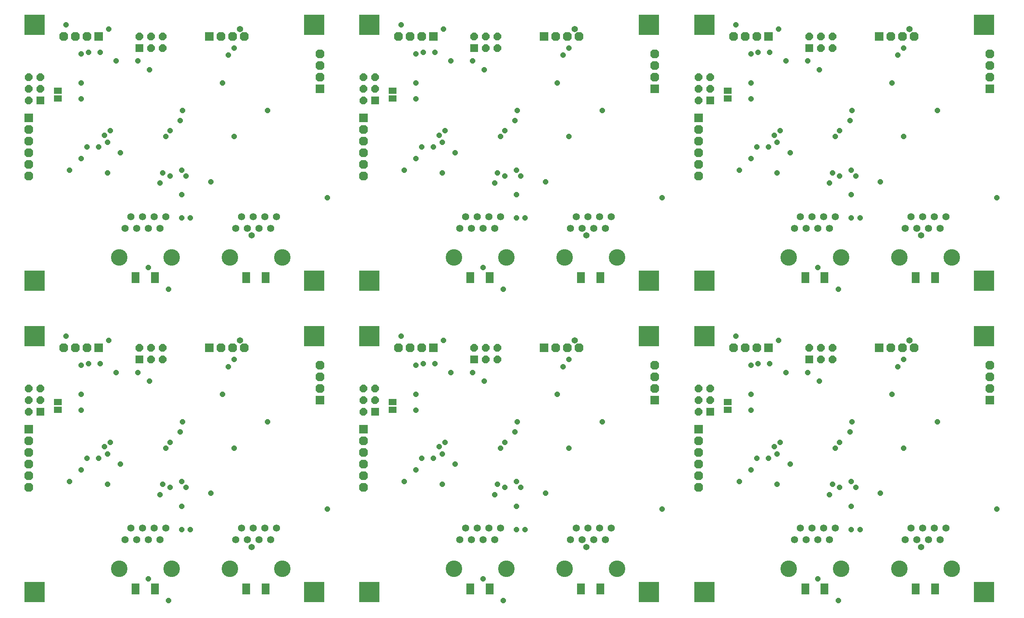
<source format=gbr>
%FSLAX23Y23*%
%MOIN*%
G04 EasyPC Gerber Version 14.0.2 Build 2922 *
%ADD109R,0.06978X0.09183*%
%ADD23R,0.06600X0.06600*%
%ADD25R,0.07600X0.07600*%
%ADD76R,0.17198X0.17198*%
%ADD27R,0.06506X0.05718*%
%ADD77C,0.05400*%
%ADD15C,0.06143*%
%ADD16C,0.14195*%
%AMT75*0 Octagon Pad at angle 0*4,1,8,-0.00952,-0.02300,0.00952,-0.02300,0.02300,-0.00952,0.02300,0.00952,0.00952,0.02300,-0.00952,0.02300,-0.02300,0.00952,-0.02300,-0.00952,-0.00952,-0.02300,0*%
%ADD75T75*%
%AMT24*0 Octagon Pad at angle 0*4,1,8,-0.01366,-0.03300,0.01366,-0.03300,0.03300,-0.01366,0.03300,0.01366,0.01366,0.03300,-0.01366,0.03300,-0.03300,0.01366,-0.03300,-0.01366,-0.01366,-0.03300,0*%
%ADD24T24*%
%AMT26*0 Octagon Pad at angle 0*4,1,8,-0.01573,-0.03800,0.01573,-0.03800,0.03800,-0.01573,0.03800,0.01573,0.01573,0.03800,-0.01573,0.03800,-0.03800,0.01573,-0.03800,-0.01573,-0.01573,-0.03800,0*%
%ADD26T26*%
X0Y0D02*
D02*
D15*
X1094Y725D03*
Y3402D03*
X1144Y825D03*
Y3502D03*
X1194Y725D03*
Y3402D03*
X1244Y825D03*
Y3502D03*
X1294Y725D03*
Y3402D03*
X1344Y825D03*
Y3502D03*
X1394Y725D03*
Y3402D03*
X1444Y825D03*
Y3502D03*
X2044Y725D03*
Y3402D03*
X2094Y825D03*
Y3502D03*
X2144Y725D03*
Y3402D03*
X2194Y825D03*
Y3502D03*
X2244Y725D03*
Y3402D03*
X2294Y825D03*
Y3502D03*
X2344Y725D03*
Y3402D03*
X2394Y825D03*
Y3502D03*
X3968Y725D03*
Y3402D03*
X4018Y825D03*
Y3502D03*
X4068Y725D03*
Y3402D03*
X4118Y825D03*
Y3502D03*
X4168Y725D03*
Y3402D03*
X4218Y825D03*
Y3502D03*
X4268Y725D03*
Y3402D03*
X4318Y825D03*
Y3502D03*
X4918Y725D03*
Y3402D03*
X4968Y825D03*
Y3502D03*
X5018Y725D03*
Y3402D03*
X5068Y825D03*
Y3502D03*
X5118Y725D03*
Y3402D03*
X5168Y825D03*
Y3502D03*
X5218Y725D03*
Y3402D03*
X5268Y825D03*
Y3502D03*
X6842Y725D03*
Y3402D03*
X6892Y825D03*
Y3502D03*
X6942Y725D03*
Y3402D03*
X6992Y825D03*
Y3502D03*
X7042Y725D03*
Y3402D03*
X7092Y825D03*
Y3502D03*
X7142Y725D03*
Y3402D03*
X7192Y825D03*
Y3502D03*
X7792Y725D03*
Y3402D03*
X7842Y825D03*
Y3502D03*
X7892Y725D03*
Y3402D03*
X7942Y825D03*
Y3502D03*
X7992Y725D03*
Y3402D03*
X8042Y825D03*
Y3502D03*
X8092Y725D03*
Y3402D03*
X8142Y825D03*
Y3502D03*
D02*
D16*
X1044Y475D03*
Y3152D03*
X1494Y475D03*
Y3152D03*
X1994Y475D03*
Y3152D03*
X2444Y475D03*
Y3152D03*
X3918Y475D03*
Y3152D03*
X4368Y475D03*
Y3152D03*
X4868Y475D03*
Y3152D03*
X5318Y475D03*
Y3152D03*
X6792Y475D03*
Y3152D03*
X7242Y475D03*
Y3152D03*
X7742Y475D03*
Y3152D03*
X8192Y475D03*
Y3152D03*
D02*
D23*
X369Y1825D03*
Y4502D03*
X1219Y2275D03*
Y4952D03*
X3243Y1825D03*
Y4502D03*
X4093Y2275D03*
Y4952D03*
X6117Y1825D03*
Y4502D03*
X6967Y2275D03*
Y4952D03*
D02*
D24*
X269Y1825D03*
Y1925D03*
Y2025D03*
Y4502D03*
Y4602D03*
Y4702D03*
X369Y1925D03*
Y2025D03*
Y4602D03*
Y4702D03*
X1219Y2375D03*
Y5052D03*
X1319Y2275D03*
Y2375D03*
Y4952D03*
Y5052D03*
X1419Y2275D03*
Y2375D03*
Y4952D03*
Y5052D03*
X3143Y1825D03*
Y1925D03*
Y2025D03*
Y4502D03*
Y4602D03*
Y4702D03*
X3243Y1925D03*
Y2025D03*
Y4602D03*
Y4702D03*
X4093Y2375D03*
Y5052D03*
X4193Y2275D03*
Y2375D03*
Y4952D03*
Y5052D03*
X4293Y2275D03*
Y2375D03*
Y4952D03*
Y5052D03*
X6017Y1825D03*
Y1925D03*
Y2025D03*
Y4502D03*
Y4602D03*
Y4702D03*
X6117Y1925D03*
Y2025D03*
Y4602D03*
Y4702D03*
X6967Y2375D03*
Y5052D03*
X7067Y2275D03*
Y2375D03*
Y4952D03*
Y5052D03*
X7167Y2275D03*
Y2375D03*
Y4952D03*
Y5052D03*
D02*
D25*
X269Y1675D03*
Y4352D03*
X869Y2375D03*
Y5052D03*
X1819Y2375D03*
Y5052D03*
X2769Y1925D03*
Y4602D03*
X3143Y1675D03*
Y4352D03*
X3743Y2375D03*
Y5052D03*
X4693Y2375D03*
Y5052D03*
X5643Y1925D03*
Y4602D03*
X6017Y1675D03*
Y4352D03*
X6617Y2375D03*
Y5052D03*
X7567Y2375D03*
Y5052D03*
X8517Y1925D03*
Y4602D03*
D02*
D26*
X269Y1175D03*
Y1275D03*
Y1375D03*
Y1475D03*
Y1575D03*
Y3852D03*
Y3952D03*
Y4052D03*
Y4152D03*
Y4252D03*
X569Y2375D03*
Y5052D03*
X669Y2375D03*
Y5052D03*
X769Y2375D03*
Y5052D03*
X1919Y2375D03*
Y5052D03*
X2019Y2375D03*
Y5052D03*
X2119Y2375D03*
Y5052D03*
X2769Y2025D03*
Y2125D03*
Y2225D03*
Y4702D03*
Y4802D03*
Y4902D03*
X3143Y1175D03*
Y1275D03*
Y1375D03*
Y1475D03*
Y1575D03*
Y3852D03*
Y3952D03*
Y4052D03*
Y4152D03*
Y4252D03*
X3443Y2375D03*
Y5052D03*
X3543Y2375D03*
Y5052D03*
X3643Y2375D03*
Y5052D03*
X4793Y2375D03*
Y5052D03*
X4893Y2375D03*
Y5052D03*
X4993Y2375D03*
Y5052D03*
X5643Y2025D03*
Y2125D03*
Y2225D03*
Y4702D03*
Y4802D03*
Y4902D03*
X6017Y1175D03*
Y1275D03*
Y1375D03*
Y1475D03*
Y1575D03*
Y3852D03*
Y3952D03*
Y4052D03*
Y4152D03*
Y4252D03*
X6317Y2375D03*
Y5052D03*
X6417Y2375D03*
Y5052D03*
X6517Y2375D03*
Y5052D03*
X7667Y2375D03*
Y5052D03*
X7767Y2375D03*
Y5052D03*
X7867Y2375D03*
Y5052D03*
X8517Y2025D03*
Y2125D03*
Y2225D03*
Y4702D03*
Y4802D03*
Y4902D03*
D02*
D27*
X519Y1841D03*
Y1908D03*
Y4518D03*
Y4585D03*
X3393Y1841D03*
Y1908D03*
Y4518D03*
Y4585D03*
X6267Y1841D03*
Y1908D03*
Y4518D03*
Y4585D03*
D02*
D75*
X589Y2475D03*
Y5150D03*
X619Y1225D03*
Y3902D03*
X719Y1325D03*
Y1837D03*
Y1975D03*
Y2225D03*
Y4002D03*
Y4514D03*
Y4652D03*
Y4902D03*
X769Y1425D03*
Y4102D03*
X781Y2237D03*
Y4914D03*
X869Y1425D03*
Y4102D03*
X881Y2237D03*
Y4914D03*
X919Y1525D03*
Y4202D03*
X944Y1200D03*
Y1462D03*
Y3877D03*
Y4139D03*
X956Y2437D03*
Y5114D03*
X969Y1562D03*
Y4239D03*
X1019Y2162D03*
Y4839D03*
X1056Y1375D03*
Y4052D03*
X1206Y2162D03*
Y4839D03*
X1294Y387D03*
Y3064D03*
X1306Y2087D03*
Y4764D03*
X1394Y1112D03*
Y3789D03*
X1419Y1200D03*
Y3877D03*
X1444Y1512D03*
Y4189D03*
X1469Y200D03*
Y2877D03*
X1481Y1175D03*
Y1562D03*
Y3852D03*
Y4239D03*
X1569Y1650D03*
Y4327D03*
X1581Y812D03*
Y1012D03*
Y1225D03*
Y3489D03*
Y3689D03*
Y3902D03*
X1588Y1737D03*
Y4414D03*
X1619Y1175D03*
Y3852D03*
X1656Y812D03*
Y3489D03*
X1831Y1125D03*
Y3802D03*
X1931Y1975D03*
Y4652D03*
X1981Y2212D03*
Y4889D03*
X2031Y1512D03*
Y2275D03*
Y4189D03*
Y4952D03*
X2319Y1737D03*
Y4414D03*
X2831Y987D03*
Y3664D03*
X3464Y2475D03*
Y5150D03*
X3493Y1225D03*
Y3902D03*
X3593Y1325D03*
Y1837D03*
Y1975D03*
Y2225D03*
Y4002D03*
Y4514D03*
Y4652D03*
Y4902D03*
X3643Y1425D03*
Y4102D03*
X3655Y2237D03*
Y4914D03*
X3743Y1425D03*
Y4102D03*
X3755Y2237D03*
Y4914D03*
X3793Y1525D03*
Y4202D03*
X3818Y1200D03*
Y1462D03*
Y3877D03*
Y4139D03*
X3830Y2437D03*
Y5114D03*
X3843Y1562D03*
Y4239D03*
X3893Y2162D03*
Y4839D03*
X3930Y1375D03*
Y4052D03*
X4080Y2162D03*
Y4839D03*
X4168Y387D03*
Y3064D03*
X4180Y2087D03*
Y4764D03*
X4268Y1112D03*
Y3789D03*
X4293Y1200D03*
Y3877D03*
X4318Y1512D03*
Y4189D03*
X4343Y200D03*
Y2877D03*
X4355Y1175D03*
Y1562D03*
Y3852D03*
Y4239D03*
X4443Y1650D03*
Y4327D03*
X4455Y812D03*
Y1012D03*
Y1225D03*
Y3489D03*
Y3689D03*
Y3902D03*
X4462Y1737D03*
Y4414D03*
X4493Y1175D03*
Y3852D03*
X4530Y812D03*
Y3489D03*
X4705Y1125D03*
Y3802D03*
X4805Y1975D03*
Y4652D03*
X4855Y2212D03*
Y4889D03*
X4905Y1512D03*
Y2275D03*
Y4189D03*
Y4952D03*
X5193Y1737D03*
Y4414D03*
X5705Y987D03*
Y3664D03*
X6339Y2475D03*
Y5150D03*
X6367Y1225D03*
Y3902D03*
X6467Y1325D03*
Y1837D03*
Y1975D03*
Y2225D03*
Y4002D03*
Y4514D03*
Y4652D03*
Y4902D03*
X6517Y1425D03*
Y4102D03*
X6529Y2237D03*
Y4914D03*
X6617Y1425D03*
Y4102D03*
X6629Y2237D03*
Y4914D03*
X6667Y1525D03*
Y4202D03*
X6692Y1200D03*
Y1462D03*
Y3877D03*
Y4139D03*
X6704Y2437D03*
Y5114D03*
X6717Y1562D03*
Y4239D03*
X6767Y2162D03*
Y4839D03*
X6804Y1375D03*
Y4052D03*
X6954Y2162D03*
Y4839D03*
X7042Y387D03*
Y3064D03*
X7054Y2087D03*
Y4764D03*
X7142Y1112D03*
Y3789D03*
X7167Y1200D03*
Y3877D03*
X7192Y1512D03*
Y4189D03*
X7217Y200D03*
Y2877D03*
X7229Y1175D03*
Y1562D03*
Y3852D03*
Y4239D03*
X7317Y1650D03*
Y4327D03*
X7329Y812D03*
Y1012D03*
Y1225D03*
Y3489D03*
Y3689D03*
Y3902D03*
X7336Y1737D03*
Y4414D03*
X7367Y1175D03*
Y3852D03*
X7404Y812D03*
Y3489D03*
X7579Y1125D03*
Y3802D03*
X7679Y1975D03*
Y4652D03*
X7729Y2212D03*
Y4889D03*
X7779Y1512D03*
Y2275D03*
Y4189D03*
Y4952D03*
X8067Y1737D03*
Y4414D03*
X8579Y987D03*
Y3664D03*
D02*
D76*
X319Y275D03*
Y2475D03*
Y2952D03*
Y5152D03*
X2719Y275D03*
Y2475D03*
Y2952D03*
Y5152D03*
X3193Y275D03*
Y2475D03*
Y2952D03*
Y5152D03*
X5593Y275D03*
Y2475D03*
Y2952D03*
Y5152D03*
X6067Y275D03*
Y2475D03*
Y2952D03*
Y5152D03*
X8467Y275D03*
Y2475D03*
Y2952D03*
Y5152D03*
D02*
D77*
X2081Y2437D03*
Y5114D03*
X2181Y662D03*
Y3339D03*
X4955Y2437D03*
Y5114D03*
X5055Y662D03*
Y3339D03*
X7829Y2437D03*
Y5114D03*
X7929Y662D03*
Y3339D03*
D02*
D109*
X1186Y300D03*
Y2977D03*
X1352Y300D03*
Y2977D03*
X2135Y299D03*
Y2976D03*
X2301Y299D03*
Y2976D03*
X4060Y300D03*
Y2977D03*
X4226Y300D03*
Y2977D03*
X5009Y299D03*
Y2976D03*
X5175Y299D03*
Y2976D03*
X6934Y300D03*
Y2977D03*
X7100Y300D03*
Y2977D03*
X7883Y299D03*
Y2976D03*
X8049Y299D03*
Y2976D03*
X0Y0D02*
M02*

</source>
